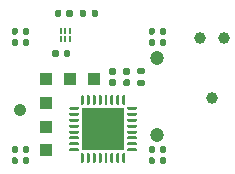
<source format=gbs>
G04 #@! TF.GenerationSoftware,KiCad,Pcbnew,8.0.1-8.0.1-0~ubuntu20.04.1*
G04 #@! TF.CreationDate,2024-06-12T16:16:25+01:00*
G04 #@! TF.ProjectId,smolpad,736d6f6c-7061-4642-9e6b-696361645f70,rev?*
G04 #@! TF.SameCoordinates,Original*
G04 #@! TF.FileFunction,Soldermask,Bot*
G04 #@! TF.FilePolarity,Negative*
%FSLAX46Y46*%
G04 Gerber Fmt 4.6, Leading zero omitted, Abs format (unit mm)*
G04 Created by KiCad (PCBNEW 8.0.1-8.0.1-0~ubuntu20.04.1) date 2024-06-12 16:16:25*
%MOMM*%
%LPD*%
G01*
G04 APERTURE LIST*
%ADD10C,1.050000*%
%ADD11C,1.200000*%
%ADD12C,0.990600*%
%ADD13R,3.600000X3.600000*%
%ADD14R,1.000000X1.000000*%
%ADD15R,0.240000X0.530000*%
%ADD16R,0.280000X0.530000*%
G04 APERTURE END LIST*
D10*
X34200000Y-41200000D03*
D11*
X45800000Y-36740000D03*
X45800000Y-43260000D03*
D12*
X50400000Y-40210000D03*
X49384000Y-35130000D03*
X51416000Y-35130000D03*
G36*
G01*
X36920000Y-36570000D02*
X36920000Y-36230000D01*
G75*
G02*
X37060000Y-36090000I140000J0D01*
G01*
X37340000Y-36090000D01*
G75*
G02*
X37480000Y-36230000I0J-140000D01*
G01*
X37480000Y-36570000D01*
G75*
G02*
X37340000Y-36710000I-140000J0D01*
G01*
X37060000Y-36710000D01*
G75*
G02*
X36920000Y-36570000I0J140000D01*
G01*
G37*
G36*
G01*
X37880000Y-36570000D02*
X37880000Y-36230000D01*
G75*
G02*
X38020000Y-36090000I140000J0D01*
G01*
X38300000Y-36090000D01*
G75*
G02*
X38440000Y-36230000I0J-140000D01*
G01*
X38440000Y-36570000D01*
G75*
G02*
X38300000Y-36710000I-140000J0D01*
G01*
X38020000Y-36710000D01*
G75*
G02*
X37880000Y-36570000I0J140000D01*
G01*
G37*
G36*
G01*
X34950000Y-35337500D02*
X34950000Y-35612500D01*
G75*
G02*
X34812500Y-35750000I-137500J0D01*
G01*
X34537500Y-35750000D01*
G75*
G02*
X34400000Y-35612500I0J137500D01*
G01*
X34400000Y-35337500D01*
G75*
G02*
X34537500Y-35200000I137500J0D01*
G01*
X34812500Y-35200000D01*
G75*
G02*
X34950000Y-35337500I0J-137500D01*
G01*
G37*
G36*
G01*
X34000000Y-35337500D02*
X34000000Y-35612500D01*
G75*
G02*
X33862500Y-35750000I-137500J0D01*
G01*
X33587500Y-35750000D01*
G75*
G02*
X33450000Y-35612500I0J137500D01*
G01*
X33450000Y-35337500D01*
G75*
G02*
X33587500Y-35200000I137500J0D01*
G01*
X33862500Y-35200000D01*
G75*
G02*
X34000000Y-35337500I0J-137500D01*
G01*
G37*
G36*
G01*
X34000000Y-34387500D02*
X34000000Y-34662500D01*
G75*
G02*
X33862500Y-34800000I-137500J0D01*
G01*
X33587500Y-34800000D01*
G75*
G02*
X33450000Y-34662500I0J137500D01*
G01*
X33450000Y-34387500D01*
G75*
G02*
X33587500Y-34250000I137500J0D01*
G01*
X33862500Y-34250000D01*
G75*
G02*
X34000000Y-34387500I0J-137500D01*
G01*
G37*
G36*
G01*
X34950000Y-34387500D02*
X34950000Y-34662500D01*
G75*
G02*
X34812500Y-34800000I-137500J0D01*
G01*
X34537500Y-34800000D01*
G75*
G02*
X34400000Y-34662500I0J137500D01*
G01*
X34400000Y-34387500D01*
G75*
G02*
X34537500Y-34250000I137500J0D01*
G01*
X34812500Y-34250000D01*
G75*
G02*
X34950000Y-34387500I0J-137500D01*
G01*
G37*
G36*
G01*
X46550000Y-35337500D02*
X46550000Y-35612500D01*
G75*
G02*
X46412500Y-35750000I-137500J0D01*
G01*
X46137500Y-35750000D01*
G75*
G02*
X46000000Y-35612500I0J137500D01*
G01*
X46000000Y-35337500D01*
G75*
G02*
X46137500Y-35200000I137500J0D01*
G01*
X46412500Y-35200000D01*
G75*
G02*
X46550000Y-35337500I0J-137500D01*
G01*
G37*
G36*
G01*
X45600000Y-35337500D02*
X45600000Y-35612500D01*
G75*
G02*
X45462500Y-35750000I-137500J0D01*
G01*
X45187500Y-35750000D01*
G75*
G02*
X45050000Y-35612500I0J137500D01*
G01*
X45050000Y-35337500D01*
G75*
G02*
X45187500Y-35200000I137500J0D01*
G01*
X45462500Y-35200000D01*
G75*
G02*
X45600000Y-35337500I0J-137500D01*
G01*
G37*
G36*
G01*
X45600000Y-34387500D02*
X45600000Y-34662500D01*
G75*
G02*
X45462500Y-34800000I-137500J0D01*
G01*
X45187500Y-34800000D01*
G75*
G02*
X45050000Y-34662500I0J137500D01*
G01*
X45050000Y-34387500D01*
G75*
G02*
X45187500Y-34250000I137500J0D01*
G01*
X45462500Y-34250000D01*
G75*
G02*
X45600000Y-34387500I0J-137500D01*
G01*
G37*
G36*
G01*
X46550000Y-34387500D02*
X46550000Y-34662500D01*
G75*
G02*
X46412500Y-34800000I-137500J0D01*
G01*
X46137500Y-34800000D01*
G75*
G02*
X46000000Y-34662500I0J137500D01*
G01*
X46000000Y-34387500D01*
G75*
G02*
X46137500Y-34250000I137500J0D01*
G01*
X46412500Y-34250000D01*
G75*
G02*
X46550000Y-34387500I0J-137500D01*
G01*
G37*
G36*
G01*
X44050000Y-40987500D02*
X44050000Y-41112500D01*
G75*
G02*
X43987500Y-41175000I-62500J0D01*
G01*
X43312500Y-41175000D01*
G75*
G02*
X43250000Y-41112500I0J62500D01*
G01*
X43250000Y-40987500D01*
G75*
G02*
X43312500Y-40925000I62500J0D01*
G01*
X43987500Y-40925000D01*
G75*
G02*
X44050000Y-40987500I0J-62500D01*
G01*
G37*
G36*
G01*
X44050000Y-41487500D02*
X44050000Y-41612500D01*
G75*
G02*
X43987500Y-41675000I-62500J0D01*
G01*
X43312500Y-41675000D01*
G75*
G02*
X43250000Y-41612500I0J62500D01*
G01*
X43250000Y-41487500D01*
G75*
G02*
X43312500Y-41425000I62500J0D01*
G01*
X43987500Y-41425000D01*
G75*
G02*
X44050000Y-41487500I0J-62500D01*
G01*
G37*
G36*
G01*
X44050000Y-41987500D02*
X44050000Y-42112500D01*
G75*
G02*
X43987500Y-42175000I-62500J0D01*
G01*
X43312500Y-42175000D01*
G75*
G02*
X43250000Y-42112500I0J62500D01*
G01*
X43250000Y-41987500D01*
G75*
G02*
X43312500Y-41925000I62500J0D01*
G01*
X43987500Y-41925000D01*
G75*
G02*
X44050000Y-41987500I0J-62500D01*
G01*
G37*
G36*
G01*
X44050000Y-42487500D02*
X44050000Y-42612500D01*
G75*
G02*
X43987500Y-42675000I-62500J0D01*
G01*
X43312500Y-42675000D01*
G75*
G02*
X43250000Y-42612500I0J62500D01*
G01*
X43250000Y-42487500D01*
G75*
G02*
X43312500Y-42425000I62500J0D01*
G01*
X43987500Y-42425000D01*
G75*
G02*
X44050000Y-42487500I0J-62500D01*
G01*
G37*
G36*
G01*
X44050000Y-42987500D02*
X44050000Y-43112500D01*
G75*
G02*
X43987500Y-43175000I-62500J0D01*
G01*
X43312500Y-43175000D01*
G75*
G02*
X43250000Y-43112500I0J62500D01*
G01*
X43250000Y-42987500D01*
G75*
G02*
X43312500Y-42925000I62500J0D01*
G01*
X43987500Y-42925000D01*
G75*
G02*
X44050000Y-42987500I0J-62500D01*
G01*
G37*
G36*
G01*
X44050000Y-43487500D02*
X44050000Y-43612500D01*
G75*
G02*
X43987500Y-43675000I-62500J0D01*
G01*
X43312500Y-43675000D01*
G75*
G02*
X43250000Y-43612500I0J62500D01*
G01*
X43250000Y-43487500D01*
G75*
G02*
X43312500Y-43425000I62500J0D01*
G01*
X43987500Y-43425000D01*
G75*
G02*
X44050000Y-43487500I0J-62500D01*
G01*
G37*
G36*
G01*
X44050000Y-43987500D02*
X44050000Y-44112500D01*
G75*
G02*
X43987500Y-44175000I-62500J0D01*
G01*
X43312500Y-44175000D01*
G75*
G02*
X43250000Y-44112500I0J62500D01*
G01*
X43250000Y-43987500D01*
G75*
G02*
X43312500Y-43925000I62500J0D01*
G01*
X43987500Y-43925000D01*
G75*
G02*
X44050000Y-43987500I0J-62500D01*
G01*
G37*
G36*
G01*
X44050000Y-44487500D02*
X44050000Y-44612500D01*
G75*
G02*
X43987500Y-44675000I-62500J0D01*
G01*
X43312500Y-44675000D01*
G75*
G02*
X43250000Y-44612500I0J62500D01*
G01*
X43250000Y-44487500D01*
G75*
G02*
X43312500Y-44425000I62500J0D01*
G01*
X43987500Y-44425000D01*
G75*
G02*
X44050000Y-44487500I0J-62500D01*
G01*
G37*
G36*
G01*
X43075000Y-44912500D02*
X43075000Y-45587500D01*
G75*
G02*
X43012500Y-45650000I-62500J0D01*
G01*
X42887500Y-45650000D01*
G75*
G02*
X42825000Y-45587500I0J62500D01*
G01*
X42825000Y-44912500D01*
G75*
G02*
X42887500Y-44850000I62500J0D01*
G01*
X43012500Y-44850000D01*
G75*
G02*
X43075000Y-44912500I0J-62500D01*
G01*
G37*
G36*
G01*
X42575000Y-44912500D02*
X42575000Y-45587500D01*
G75*
G02*
X42512500Y-45650000I-62500J0D01*
G01*
X42387500Y-45650000D01*
G75*
G02*
X42325000Y-45587500I0J62500D01*
G01*
X42325000Y-44912500D01*
G75*
G02*
X42387500Y-44850000I62500J0D01*
G01*
X42512500Y-44850000D01*
G75*
G02*
X42575000Y-44912500I0J-62500D01*
G01*
G37*
G36*
G01*
X42075000Y-44912500D02*
X42075000Y-45587500D01*
G75*
G02*
X42012500Y-45650000I-62500J0D01*
G01*
X41887500Y-45650000D01*
G75*
G02*
X41825000Y-45587500I0J62500D01*
G01*
X41825000Y-44912500D01*
G75*
G02*
X41887500Y-44850000I62500J0D01*
G01*
X42012500Y-44850000D01*
G75*
G02*
X42075000Y-44912500I0J-62500D01*
G01*
G37*
G36*
G01*
X41575000Y-44912500D02*
X41575000Y-45587500D01*
G75*
G02*
X41512500Y-45650000I-62500J0D01*
G01*
X41387500Y-45650000D01*
G75*
G02*
X41325000Y-45587500I0J62500D01*
G01*
X41325000Y-44912500D01*
G75*
G02*
X41387500Y-44850000I62500J0D01*
G01*
X41512500Y-44850000D01*
G75*
G02*
X41575000Y-44912500I0J-62500D01*
G01*
G37*
G36*
G01*
X41075000Y-44912500D02*
X41075000Y-45587500D01*
G75*
G02*
X41012500Y-45650000I-62500J0D01*
G01*
X40887500Y-45650000D01*
G75*
G02*
X40825000Y-45587500I0J62500D01*
G01*
X40825000Y-44912500D01*
G75*
G02*
X40887500Y-44850000I62500J0D01*
G01*
X41012500Y-44850000D01*
G75*
G02*
X41075000Y-44912500I0J-62500D01*
G01*
G37*
G36*
G01*
X40575000Y-44912500D02*
X40575000Y-45587500D01*
G75*
G02*
X40512500Y-45650000I-62500J0D01*
G01*
X40387500Y-45650000D01*
G75*
G02*
X40325000Y-45587500I0J62500D01*
G01*
X40325000Y-44912500D01*
G75*
G02*
X40387500Y-44850000I62500J0D01*
G01*
X40512500Y-44850000D01*
G75*
G02*
X40575000Y-44912500I0J-62500D01*
G01*
G37*
G36*
G01*
X40075000Y-44912500D02*
X40075000Y-45587500D01*
G75*
G02*
X40012500Y-45650000I-62500J0D01*
G01*
X39887500Y-45650000D01*
G75*
G02*
X39825000Y-45587500I0J62500D01*
G01*
X39825000Y-44912500D01*
G75*
G02*
X39887500Y-44850000I62500J0D01*
G01*
X40012500Y-44850000D01*
G75*
G02*
X40075000Y-44912500I0J-62500D01*
G01*
G37*
G36*
G01*
X39575000Y-44912500D02*
X39575000Y-45587500D01*
G75*
G02*
X39512500Y-45650000I-62500J0D01*
G01*
X39387500Y-45650000D01*
G75*
G02*
X39325000Y-45587500I0J62500D01*
G01*
X39325000Y-44912500D01*
G75*
G02*
X39387500Y-44850000I62500J0D01*
G01*
X39512500Y-44850000D01*
G75*
G02*
X39575000Y-44912500I0J-62500D01*
G01*
G37*
G36*
G01*
X39150000Y-44487500D02*
X39150000Y-44612500D01*
G75*
G02*
X39087500Y-44675000I-62500J0D01*
G01*
X38412500Y-44675000D01*
G75*
G02*
X38350000Y-44612500I0J62500D01*
G01*
X38350000Y-44487500D01*
G75*
G02*
X38412500Y-44425000I62500J0D01*
G01*
X39087500Y-44425000D01*
G75*
G02*
X39150000Y-44487500I0J-62500D01*
G01*
G37*
G36*
G01*
X39150000Y-43987500D02*
X39150000Y-44112500D01*
G75*
G02*
X39087500Y-44175000I-62500J0D01*
G01*
X38412500Y-44175000D01*
G75*
G02*
X38350000Y-44112500I0J62500D01*
G01*
X38350000Y-43987500D01*
G75*
G02*
X38412500Y-43925000I62500J0D01*
G01*
X39087500Y-43925000D01*
G75*
G02*
X39150000Y-43987500I0J-62500D01*
G01*
G37*
G36*
G01*
X39150000Y-43487500D02*
X39150000Y-43612500D01*
G75*
G02*
X39087500Y-43675000I-62500J0D01*
G01*
X38412500Y-43675000D01*
G75*
G02*
X38350000Y-43612500I0J62500D01*
G01*
X38350000Y-43487500D01*
G75*
G02*
X38412500Y-43425000I62500J0D01*
G01*
X39087500Y-43425000D01*
G75*
G02*
X39150000Y-43487500I0J-62500D01*
G01*
G37*
G36*
G01*
X39150000Y-42987500D02*
X39150000Y-43112500D01*
G75*
G02*
X39087500Y-43175000I-62500J0D01*
G01*
X38412500Y-43175000D01*
G75*
G02*
X38350000Y-43112500I0J62500D01*
G01*
X38350000Y-42987500D01*
G75*
G02*
X38412500Y-42925000I62500J0D01*
G01*
X39087500Y-42925000D01*
G75*
G02*
X39150000Y-42987500I0J-62500D01*
G01*
G37*
G36*
G01*
X39150000Y-42487500D02*
X39150000Y-42612500D01*
G75*
G02*
X39087500Y-42675000I-62500J0D01*
G01*
X38412500Y-42675000D01*
G75*
G02*
X38350000Y-42612500I0J62500D01*
G01*
X38350000Y-42487500D01*
G75*
G02*
X38412500Y-42425000I62500J0D01*
G01*
X39087500Y-42425000D01*
G75*
G02*
X39150000Y-42487500I0J-62500D01*
G01*
G37*
G36*
G01*
X39150000Y-41987500D02*
X39150000Y-42112500D01*
G75*
G02*
X39087500Y-42175000I-62500J0D01*
G01*
X38412500Y-42175000D01*
G75*
G02*
X38350000Y-42112500I0J62500D01*
G01*
X38350000Y-41987500D01*
G75*
G02*
X38412500Y-41925000I62500J0D01*
G01*
X39087500Y-41925000D01*
G75*
G02*
X39150000Y-41987500I0J-62500D01*
G01*
G37*
G36*
G01*
X39150000Y-41487500D02*
X39150000Y-41612500D01*
G75*
G02*
X39087500Y-41675000I-62500J0D01*
G01*
X38412500Y-41675000D01*
G75*
G02*
X38350000Y-41612500I0J62500D01*
G01*
X38350000Y-41487500D01*
G75*
G02*
X38412500Y-41425000I62500J0D01*
G01*
X39087500Y-41425000D01*
G75*
G02*
X39150000Y-41487500I0J-62500D01*
G01*
G37*
G36*
G01*
X39150000Y-40987500D02*
X39150000Y-41112500D01*
G75*
G02*
X39087500Y-41175000I-62500J0D01*
G01*
X38412500Y-41175000D01*
G75*
G02*
X38350000Y-41112500I0J62500D01*
G01*
X38350000Y-40987500D01*
G75*
G02*
X38412500Y-40925000I62500J0D01*
G01*
X39087500Y-40925000D01*
G75*
G02*
X39150000Y-40987500I0J-62500D01*
G01*
G37*
G36*
G01*
X39575000Y-40012500D02*
X39575000Y-40687500D01*
G75*
G02*
X39512500Y-40750000I-62500J0D01*
G01*
X39387500Y-40750000D01*
G75*
G02*
X39325000Y-40687500I0J62500D01*
G01*
X39325000Y-40012500D01*
G75*
G02*
X39387500Y-39950000I62500J0D01*
G01*
X39512500Y-39950000D01*
G75*
G02*
X39575000Y-40012500I0J-62500D01*
G01*
G37*
G36*
G01*
X40075000Y-40012500D02*
X40075000Y-40687500D01*
G75*
G02*
X40012500Y-40750000I-62500J0D01*
G01*
X39887500Y-40750000D01*
G75*
G02*
X39825000Y-40687500I0J62500D01*
G01*
X39825000Y-40012500D01*
G75*
G02*
X39887500Y-39950000I62500J0D01*
G01*
X40012500Y-39950000D01*
G75*
G02*
X40075000Y-40012500I0J-62500D01*
G01*
G37*
G36*
G01*
X40575000Y-40012500D02*
X40575000Y-40687500D01*
G75*
G02*
X40512500Y-40750000I-62500J0D01*
G01*
X40387500Y-40750000D01*
G75*
G02*
X40325000Y-40687500I0J62500D01*
G01*
X40325000Y-40012500D01*
G75*
G02*
X40387500Y-39950000I62500J0D01*
G01*
X40512500Y-39950000D01*
G75*
G02*
X40575000Y-40012500I0J-62500D01*
G01*
G37*
G36*
G01*
X41075000Y-40012500D02*
X41075000Y-40687500D01*
G75*
G02*
X41012500Y-40750000I-62500J0D01*
G01*
X40887500Y-40750000D01*
G75*
G02*
X40825000Y-40687500I0J62500D01*
G01*
X40825000Y-40012500D01*
G75*
G02*
X40887500Y-39950000I62500J0D01*
G01*
X41012500Y-39950000D01*
G75*
G02*
X41075000Y-40012500I0J-62500D01*
G01*
G37*
G36*
G01*
X41575000Y-40012500D02*
X41575000Y-40687500D01*
G75*
G02*
X41512500Y-40750000I-62500J0D01*
G01*
X41387500Y-40750000D01*
G75*
G02*
X41325000Y-40687500I0J62500D01*
G01*
X41325000Y-40012500D01*
G75*
G02*
X41387500Y-39950000I62500J0D01*
G01*
X41512500Y-39950000D01*
G75*
G02*
X41575000Y-40012500I0J-62500D01*
G01*
G37*
G36*
G01*
X42075000Y-40012500D02*
X42075000Y-40687500D01*
G75*
G02*
X42012500Y-40750000I-62500J0D01*
G01*
X41887500Y-40750000D01*
G75*
G02*
X41825000Y-40687500I0J62500D01*
G01*
X41825000Y-40012500D01*
G75*
G02*
X41887500Y-39950000I62500J0D01*
G01*
X42012500Y-39950000D01*
G75*
G02*
X42075000Y-40012500I0J-62500D01*
G01*
G37*
G36*
G01*
X42575000Y-40012500D02*
X42575000Y-40687500D01*
G75*
G02*
X42512500Y-40750000I-62500J0D01*
G01*
X42387500Y-40750000D01*
G75*
G02*
X42325000Y-40687500I0J62500D01*
G01*
X42325000Y-40012500D01*
G75*
G02*
X42387500Y-39950000I62500J0D01*
G01*
X42512500Y-39950000D01*
G75*
G02*
X42575000Y-40012500I0J-62500D01*
G01*
G37*
G36*
G01*
X43075000Y-40012500D02*
X43075000Y-40687500D01*
G75*
G02*
X43012500Y-40750000I-62500J0D01*
G01*
X42887500Y-40750000D01*
G75*
G02*
X42825000Y-40687500I0J62500D01*
G01*
X42825000Y-40012500D01*
G75*
G02*
X42887500Y-39950000I62500J0D01*
G01*
X43012500Y-39950000D01*
G75*
G02*
X43075000Y-40012500I0J-62500D01*
G01*
G37*
D13*
X41200000Y-42800000D03*
D14*
X36400000Y-38600000D03*
G36*
G01*
X45462500Y-45750000D02*
X45187500Y-45750000D01*
G75*
G02*
X45050000Y-45612500I0J137500D01*
G01*
X45050000Y-45337500D01*
G75*
G02*
X45187500Y-45200000I137500J0D01*
G01*
X45462500Y-45200000D01*
G75*
G02*
X45600000Y-45337500I0J-137500D01*
G01*
X45600000Y-45612500D01*
G75*
G02*
X45462500Y-45750000I-137500J0D01*
G01*
G37*
G36*
G01*
X45462500Y-44800000D02*
X45187500Y-44800000D01*
G75*
G02*
X45050000Y-44662500I0J137500D01*
G01*
X45050000Y-44387500D01*
G75*
G02*
X45187500Y-44250000I137500J0D01*
G01*
X45462500Y-44250000D01*
G75*
G02*
X45600000Y-44387500I0J-137500D01*
G01*
X45600000Y-44662500D01*
G75*
G02*
X45462500Y-44800000I-137500J0D01*
G01*
G37*
G36*
G01*
X46412500Y-44800000D02*
X46137500Y-44800000D01*
G75*
G02*
X46000000Y-44662500I0J137500D01*
G01*
X46000000Y-44387500D01*
G75*
G02*
X46137500Y-44250000I137500J0D01*
G01*
X46412500Y-44250000D01*
G75*
G02*
X46550000Y-44387500I0J-137500D01*
G01*
X46550000Y-44662500D01*
G75*
G02*
X46412500Y-44800000I-137500J0D01*
G01*
G37*
G36*
G01*
X46412500Y-45750000D02*
X46137500Y-45750000D01*
G75*
G02*
X46000000Y-45612500I0J137500D01*
G01*
X46000000Y-45337500D01*
G75*
G02*
X46137500Y-45200000I137500J0D01*
G01*
X46412500Y-45200000D01*
G75*
G02*
X46550000Y-45337500I0J-137500D01*
G01*
X46550000Y-45612500D01*
G75*
G02*
X46412500Y-45750000I-137500J0D01*
G01*
G37*
G36*
G01*
X44215000Y-37620000D02*
X44585000Y-37620000D01*
G75*
G02*
X44720000Y-37755000I0J-135000D01*
G01*
X44720000Y-38025000D01*
G75*
G02*
X44585000Y-38160000I-135000J0D01*
G01*
X44215000Y-38160000D01*
G75*
G02*
X44080000Y-38025000I0J135000D01*
G01*
X44080000Y-37755000D01*
G75*
G02*
X44215000Y-37620000I135000J0D01*
G01*
G37*
G36*
G01*
X44215000Y-38640000D02*
X44585000Y-38640000D01*
G75*
G02*
X44720000Y-38775000I0J-135000D01*
G01*
X44720000Y-39045000D01*
G75*
G02*
X44585000Y-39180000I-135000J0D01*
G01*
X44215000Y-39180000D01*
G75*
G02*
X44080000Y-39045000I0J135000D01*
G01*
X44080000Y-38775000D01*
G75*
G02*
X44215000Y-38640000I135000J0D01*
G01*
G37*
G36*
G01*
X33450000Y-44662500D02*
X33450000Y-44387500D01*
G75*
G02*
X33587500Y-44250000I137500J0D01*
G01*
X33862500Y-44250000D01*
G75*
G02*
X34000000Y-44387500I0J-137500D01*
G01*
X34000000Y-44662500D01*
G75*
G02*
X33862500Y-44800000I-137500J0D01*
G01*
X33587500Y-44800000D01*
G75*
G02*
X33450000Y-44662500I0J137500D01*
G01*
G37*
G36*
G01*
X34400000Y-44662500D02*
X34400000Y-44387500D01*
G75*
G02*
X34537500Y-44250000I137500J0D01*
G01*
X34812500Y-44250000D01*
G75*
G02*
X34950000Y-44387500I0J-137500D01*
G01*
X34950000Y-44662500D01*
G75*
G02*
X34812500Y-44800000I-137500J0D01*
G01*
X34537500Y-44800000D01*
G75*
G02*
X34400000Y-44662500I0J137500D01*
G01*
G37*
G36*
G01*
X34400000Y-45612500D02*
X34400000Y-45337500D01*
G75*
G02*
X34537500Y-45200000I137500J0D01*
G01*
X34812500Y-45200000D01*
G75*
G02*
X34950000Y-45337500I0J-137500D01*
G01*
X34950000Y-45612500D01*
G75*
G02*
X34812500Y-45750000I-137500J0D01*
G01*
X34537500Y-45750000D01*
G75*
G02*
X34400000Y-45612500I0J137500D01*
G01*
G37*
G36*
G01*
X33450000Y-45612500D02*
X33450000Y-45337500D01*
G75*
G02*
X33587500Y-45200000I137500J0D01*
G01*
X33862500Y-45200000D01*
G75*
G02*
X34000000Y-45337500I0J-137500D01*
G01*
X34000000Y-45612500D01*
G75*
G02*
X33862500Y-45750000I-137500J0D01*
G01*
X33587500Y-45750000D01*
G75*
G02*
X33450000Y-45612500I0J137500D01*
G01*
G37*
X38400000Y-38600000D03*
G36*
G01*
X39220000Y-33185000D02*
X39220000Y-32815000D01*
G75*
G02*
X39355000Y-32680000I135000J0D01*
G01*
X39625000Y-32680000D01*
G75*
G02*
X39760000Y-32815000I0J-135000D01*
G01*
X39760000Y-33185000D01*
G75*
G02*
X39625000Y-33320000I-135000J0D01*
G01*
X39355000Y-33320000D01*
G75*
G02*
X39220000Y-33185000I0J135000D01*
G01*
G37*
G36*
G01*
X40240000Y-33185000D02*
X40240000Y-32815000D01*
G75*
G02*
X40375000Y-32680000I135000J0D01*
G01*
X40645000Y-32680000D01*
G75*
G02*
X40780000Y-32815000I0J-135000D01*
G01*
X40780000Y-33185000D01*
G75*
G02*
X40645000Y-33320000I-135000J0D01*
G01*
X40375000Y-33320000D01*
G75*
G02*
X40240000Y-33185000I0J135000D01*
G01*
G37*
G36*
G01*
X41830000Y-37640000D02*
X42170000Y-37640000D01*
G75*
G02*
X42310000Y-37780000I0J-140000D01*
G01*
X42310000Y-38060000D01*
G75*
G02*
X42170000Y-38200000I-140000J0D01*
G01*
X41830000Y-38200000D01*
G75*
G02*
X41690000Y-38060000I0J140000D01*
G01*
X41690000Y-37780000D01*
G75*
G02*
X41830000Y-37640000I140000J0D01*
G01*
G37*
G36*
G01*
X41830000Y-38600000D02*
X42170000Y-38600000D01*
G75*
G02*
X42310000Y-38740000I0J-140000D01*
G01*
X42310000Y-39020000D01*
G75*
G02*
X42170000Y-39160000I-140000J0D01*
G01*
X41830000Y-39160000D01*
G75*
G02*
X41690000Y-39020000I0J140000D01*
G01*
X41690000Y-38740000D01*
G75*
G02*
X41830000Y-38600000I140000J0D01*
G01*
G37*
X40400000Y-38600000D03*
D15*
X38400000Y-35200000D03*
X38000000Y-35200000D03*
X37600000Y-35200000D03*
D16*
X37600000Y-34464000D03*
X38000000Y-34464000D03*
X38400000Y-34464000D03*
D14*
X36400000Y-42600000D03*
X36400000Y-40600000D03*
X36400000Y-44600000D03*
G36*
G01*
X43370000Y-39160000D02*
X43030000Y-39160000D01*
G75*
G02*
X42890000Y-39020000I0J140000D01*
G01*
X42890000Y-38740000D01*
G75*
G02*
X43030000Y-38600000I140000J0D01*
G01*
X43370000Y-38600000D01*
G75*
G02*
X43510000Y-38740000I0J-140000D01*
G01*
X43510000Y-39020000D01*
G75*
G02*
X43370000Y-39160000I-140000J0D01*
G01*
G37*
G36*
G01*
X43370000Y-38200000D02*
X43030000Y-38200000D01*
G75*
G02*
X42890000Y-38060000I0J140000D01*
G01*
X42890000Y-37780000D01*
G75*
G02*
X43030000Y-37640000I140000J0D01*
G01*
X43370000Y-37640000D01*
G75*
G02*
X43510000Y-37780000I0J-140000D01*
G01*
X43510000Y-38060000D01*
G75*
G02*
X43370000Y-38200000I-140000J0D01*
G01*
G37*
G36*
G01*
X37120000Y-33170000D02*
X37120000Y-32830000D01*
G75*
G02*
X37260000Y-32690000I140000J0D01*
G01*
X37540000Y-32690000D01*
G75*
G02*
X37680000Y-32830000I0J-140000D01*
G01*
X37680000Y-33170000D01*
G75*
G02*
X37540000Y-33310000I-140000J0D01*
G01*
X37260000Y-33310000D01*
G75*
G02*
X37120000Y-33170000I0J140000D01*
G01*
G37*
G36*
G01*
X38080000Y-33170000D02*
X38080000Y-32830000D01*
G75*
G02*
X38220000Y-32690000I140000J0D01*
G01*
X38500000Y-32690000D01*
G75*
G02*
X38640000Y-32830000I0J-140000D01*
G01*
X38640000Y-33170000D01*
G75*
G02*
X38500000Y-33310000I-140000J0D01*
G01*
X38220000Y-33310000D01*
G75*
G02*
X38080000Y-33170000I0J140000D01*
G01*
G37*
M02*

</source>
